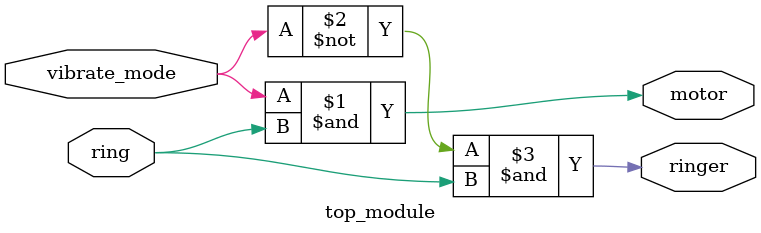
<source format=v>
module top_module (
    input ring,
    input vibrate_mode,
    output ringer,       // Make sound
    output motor         // Vibrate
);

assign motor  = vibrate_mode  & ring;
assign ringer = ~vibrate_mode & ring;

endmodule
</source>
